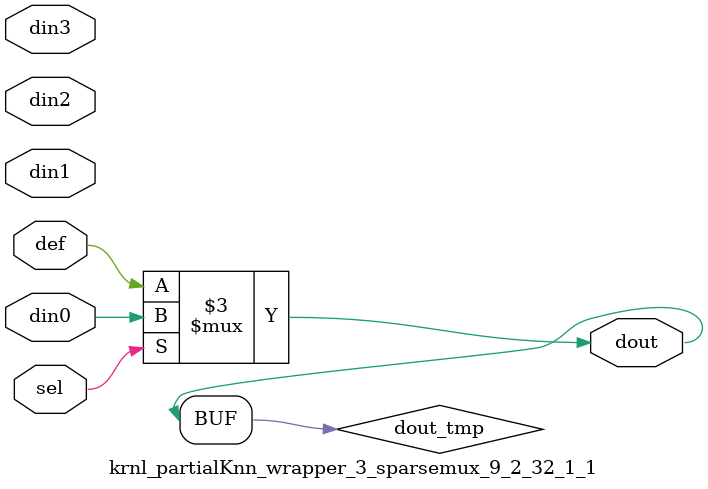
<source format=v>
`timescale 1ns / 1ps

module krnl_partialKnn_wrapper_3_sparsemux_9_2_32_1_1 (din0,din1,din2,din3,def,sel,dout);

parameter din0_WIDTH = 1;

parameter din1_WIDTH = 1;

parameter din2_WIDTH = 1;

parameter din3_WIDTH = 1;

parameter def_WIDTH = 1;
parameter sel_WIDTH = 1;
parameter dout_WIDTH = 1;

parameter [sel_WIDTH-1:0] CASE0 = 1;

parameter [sel_WIDTH-1:0] CASE1 = 1;

parameter [sel_WIDTH-1:0] CASE2 = 1;

parameter [sel_WIDTH-1:0] CASE3 = 1;

parameter ID = 1;
parameter NUM_STAGE = 1;



input [din0_WIDTH-1:0] din0;

input [din1_WIDTH-1:0] din1;

input [din2_WIDTH-1:0] din2;

input [din3_WIDTH-1:0] din3;

input [def_WIDTH-1:0] def;
input [sel_WIDTH-1:0] sel;

output [dout_WIDTH-1:0] dout;



reg [dout_WIDTH-1:0] dout_tmp;

always @ (*) begin
case (sel)
    
    CASE0 : dout_tmp = din0;
    
    CASE1 : dout_tmp = din1;
    
    CASE2 : dout_tmp = din2;
    
    CASE3 : dout_tmp = din3;
    
    default : dout_tmp = def;
endcase
end


assign dout = dout_tmp;



endmodule

</source>
